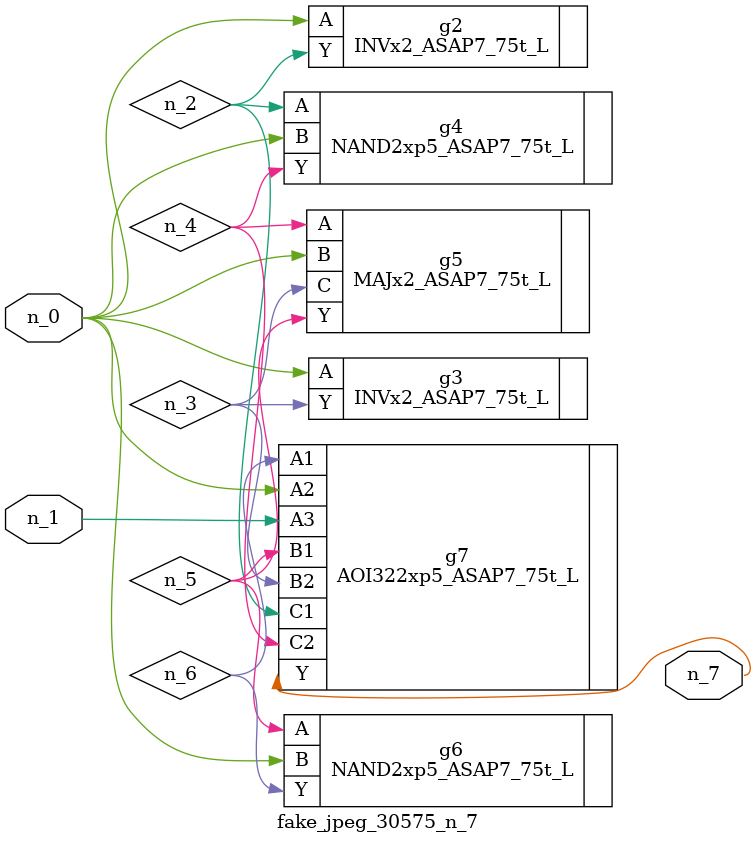
<source format=v>
module fake_jpeg_30575_n_7 (n_0, n_1, n_7);

input n_0;
input n_1;

output n_7;

wire n_3;
wire n_2;
wire n_4;
wire n_6;
wire n_5;

INVx2_ASAP7_75t_L g2 ( 
.A(n_0),
.Y(n_2)
);

INVx2_ASAP7_75t_L g3 ( 
.A(n_0),
.Y(n_3)
);

NAND2xp5_ASAP7_75t_L g4 ( 
.A(n_2),
.B(n_0),
.Y(n_4)
);

MAJx2_ASAP7_75t_L g5 ( 
.A(n_4),
.B(n_0),
.C(n_3),
.Y(n_5)
);

NAND2xp5_ASAP7_75t_L g6 ( 
.A(n_5),
.B(n_0),
.Y(n_6)
);

AOI322xp5_ASAP7_75t_L g7 ( 
.A1(n_6),
.A2(n_0),
.A3(n_1),
.B1(n_5),
.B2(n_3),
.C1(n_2),
.C2(n_4),
.Y(n_7)
);


endmodule
</source>
